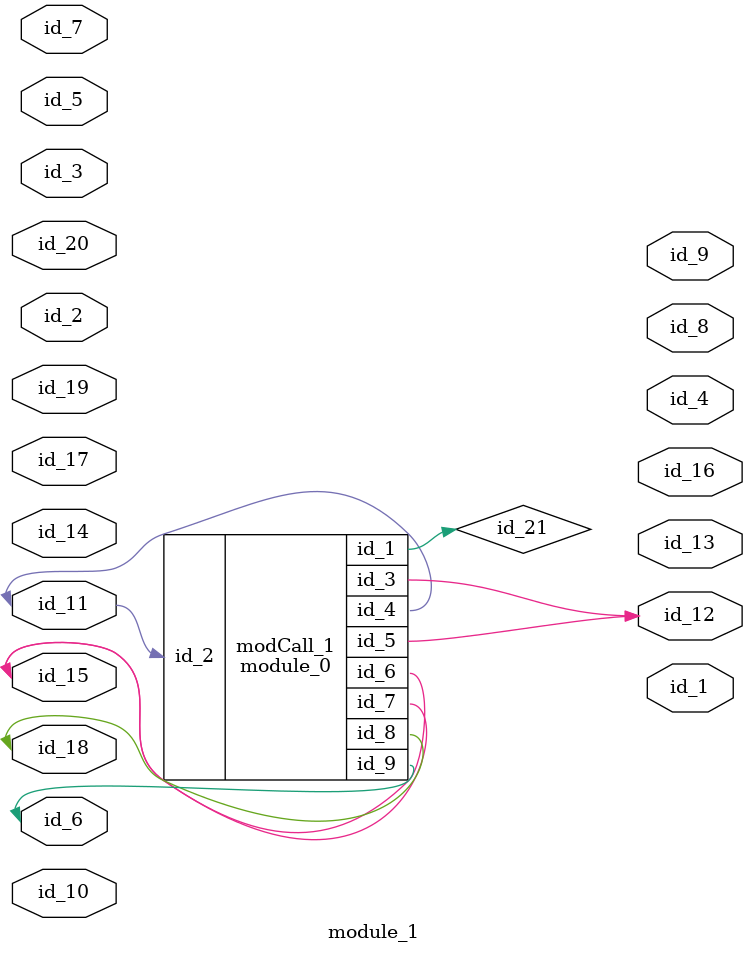
<source format=v>
module module_0 (
    id_1,
    id_2,
    id_3,
    id_4,
    id_5,
    id_6,
    id_7,
    id_8,
    id_9
);
  inout wire id_9;
  inout wire id_8;
  inout wire id_7;
  inout wire id_6;
  output wire id_5;
  inout wire id_4;
  output wire id_3;
  input wire id_2;
  output wire id_1;
  wire id_10;
  wire id_11;
endmodule
module module_1 (
    id_1,
    id_2,
    id_3,
    id_4,
    id_5,
    id_6,
    id_7,
    id_8,
    id_9,
    id_10,
    id_11,
    id_12,
    id_13,
    id_14,
    id_15,
    id_16,
    id_17,
    id_18,
    id_19,
    id_20
);
  input wire id_20;
  inout wire id_19;
  inout wire id_18;
  inout wire id_17;
  output wire id_16;
  inout wire id_15;
  input wire id_14;
  output wire id_13;
  output wire id_12;
  inout wire id_11;
  inout wire id_10;
  output wire id_9;
  output wire id_8;
  inout wire id_7;
  inout wire id_6;
  inout wire id_5;
  output wire id_4;
  inout wire id_3;
  input wire id_2;
  output wire id_1;
  wire id_21;
  wire id_22;
  wire id_23;
  module_0 modCall_1 (
      id_21,
      id_11,
      id_12,
      id_11,
      id_12,
      id_15,
      id_15,
      id_18,
      id_6
  );
endmodule

</source>
